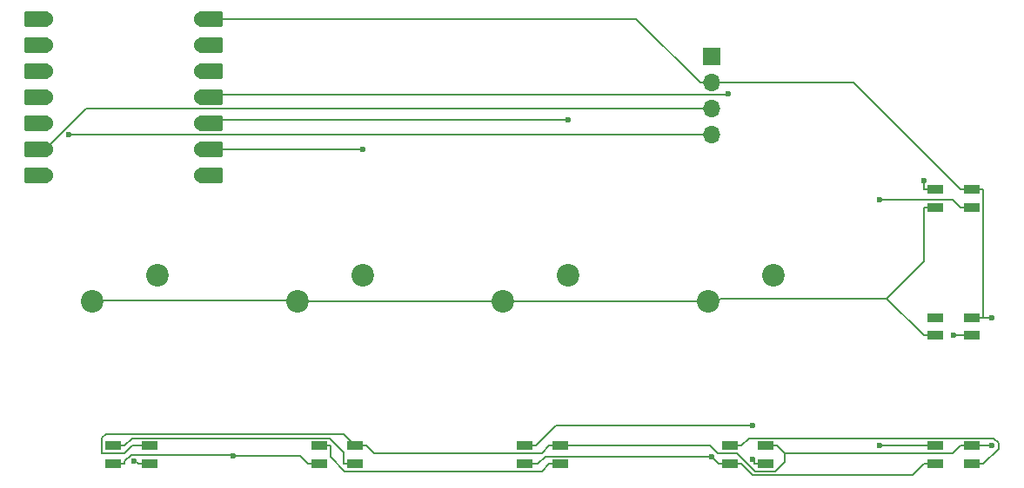
<source format=gbr>
%TF.GenerationSoftware,KiCad,Pcbnew,8.0.8*%
%TF.CreationDate,2025-02-16T16:29:03+01:00*%
%TF.ProjectId,Perihelion,50657269-6865-46c6-996f-6e2e6b696361,rev?*%
%TF.SameCoordinates,Original*%
%TF.FileFunction,Copper,L1,Top*%
%TF.FilePolarity,Positive*%
%FSLAX46Y46*%
G04 Gerber Fmt 4.6, Leading zero omitted, Abs format (unit mm)*
G04 Created by KiCad (PCBNEW 8.0.8) date 2025-02-16 16:29:03*
%MOMM*%
%LPD*%
G01*
G04 APERTURE LIST*
G04 Aperture macros list*
%AMRoundRect*
0 Rectangle with rounded corners*
0 $1 Rounding radius*
0 $2 $3 $4 $5 $6 $7 $8 $9 X,Y pos of 4 corners*
0 Add a 4 corners polygon primitive as box body*
4,1,4,$2,$3,$4,$5,$6,$7,$8,$9,$2,$3,0*
0 Add four circle primitives for the rounded corners*
1,1,$1+$1,$2,$3*
1,1,$1+$1,$4,$5*
1,1,$1+$1,$6,$7*
1,1,$1+$1,$8,$9*
0 Add four rect primitives between the rounded corners*
20,1,$1+$1,$2,$3,$4,$5,0*
20,1,$1+$1,$4,$5,$6,$7,0*
20,1,$1+$1,$6,$7,$8,$9,0*
20,1,$1+$1,$8,$9,$2,$3,0*%
G04 Aperture macros list end*
%TA.AperFunction,SMDPad,CuDef*%
%ADD10R,1.600000X0.850000*%
%TD*%
%TA.AperFunction,ComponentPad*%
%ADD11C,2.200000*%
%TD*%
%TA.AperFunction,ComponentPad*%
%ADD12R,1.700000X1.700000*%
%TD*%
%TA.AperFunction,ComponentPad*%
%ADD13O,1.700000X1.700000*%
%TD*%
%TA.AperFunction,SMDPad,CuDef*%
%ADD14RoundRect,0.152400X1.063600X0.609600X-1.063600X0.609600X-1.063600X-0.609600X1.063600X-0.609600X0*%
%TD*%
%TA.AperFunction,ComponentPad*%
%ADD15C,1.524000*%
%TD*%
%TA.AperFunction,SMDPad,CuDef*%
%ADD16RoundRect,0.152400X-1.063600X-0.609600X1.063600X-0.609600X1.063600X0.609600X-1.063600X0.609600X0*%
%TD*%
%TA.AperFunction,ViaPad*%
%ADD17C,0.600000*%
%TD*%
%TA.AperFunction,Conductor*%
%ADD18C,0.200000*%
%TD*%
G04 APERTURE END LIST*
D10*
%TO.P,D2,1,DOUT*%
%TO.N,Net-(D2-DOUT)*%
X165750000Y-71625000D03*
%TO.P,D2,2,VSS*%
%TO.N,GND*%
X165750000Y-73375000D03*
%TO.P,D2,3,DIN*%
%TO.N,Net-(D1-DOUT)*%
X169250000Y-73375000D03*
%TO.P,D2,4,VDD*%
%TO.N,+5V*%
X169250000Y-71625000D03*
%TD*%
D11*
%TO.P,SW1,1,1*%
%TO.N,Net-(U1-GPIO1{slash}RX)*%
X150000000Y-55000000D03*
%TO.P,SW1,2,2*%
%TO.N,GND*%
X143650000Y-57540000D03*
%TD*%
D12*
%TO.P,U2,1,GND*%
%TO.N,GND*%
X204000000Y-33690000D03*
D13*
%TO.P,U2,2,VCC*%
%TO.N,+5V*%
X204000000Y-36230000D03*
%TO.P,U2,3,SCL*%
%TO.N,Net-(U1-GPIO7{slash}SCL)*%
X204000000Y-38770000D03*
%TO.P,U2,4,SDA*%
%TO.N,Net-(U1-GPIO6{slash}SDA)*%
X204000000Y-41310000D03*
%TD*%
D10*
%TO.P,D7,1,DOUT*%
%TO.N,unconnected-(D7-DOUT-Pad1)*%
X225750000Y-59125000D03*
%TO.P,D7,2,VSS*%
%TO.N,GND*%
X225750000Y-60875000D03*
%TO.P,D7,3,DIN*%
%TO.N,Net-(D6-DOUT)*%
X229250000Y-60875000D03*
%TO.P,D7,4,VDD*%
%TO.N,+5V*%
X229250000Y-59125000D03*
%TD*%
%TO.P,D6,1,DOUT*%
%TO.N,Net-(D6-DOUT)*%
X225750000Y-46625000D03*
%TO.P,D6,2,VSS*%
%TO.N,GND*%
X225750000Y-48375000D03*
%TO.P,D6,3,DIN*%
%TO.N,Net-(D5-DOUT)*%
X229250000Y-48375000D03*
%TO.P,D6,4,VDD*%
%TO.N,+5V*%
X229250000Y-46625000D03*
%TD*%
D11*
%TO.P,SW3,1,1*%
%TO.N,Net-(U1-GPIO4{slash}MISO)*%
X190000000Y-55000000D03*
%TO.P,SW3,2,2*%
%TO.N,GND*%
X183650000Y-57540000D03*
%TD*%
D10*
%TO.P,D4,1,DOUT*%
%TO.N,Net-(D4-DOUT)*%
X205750000Y-71625000D03*
%TO.P,D4,2,VSS*%
%TO.N,GND*%
X205750000Y-73375000D03*
%TO.P,D4,3,DIN*%
%TO.N,Net-(D3-DOUT)*%
X209250000Y-73375000D03*
%TO.P,D4,4,VDD*%
%TO.N,+5V*%
X209250000Y-71625000D03*
%TD*%
%TO.P,D5,1,DOUT*%
%TO.N,Net-(D5-DOUT)*%
X225750000Y-71625000D03*
%TO.P,D5,2,VSS*%
%TO.N,GND*%
X225750000Y-73375000D03*
%TO.P,D5,3,DIN*%
%TO.N,Net-(D4-DOUT)*%
X229250000Y-73375000D03*
%TO.P,D5,4,VDD*%
%TO.N,+5V*%
X229250000Y-71625000D03*
%TD*%
%TO.P,D1,1,DOUT*%
%TO.N,Net-(D1-DOUT)*%
X145750000Y-71625000D03*
%TO.P,D1,2,VSS*%
%TO.N,GND*%
X145750000Y-73375000D03*
%TO.P,D1,3,DIN*%
%TO.N,Net-(D1-DIN)*%
X149250000Y-73375000D03*
%TO.P,D1,4,VDD*%
%TO.N,+5V*%
X149250000Y-71625000D03*
%TD*%
D14*
%TO.P,U1,1,GPIO26/ADC0/A0*%
%TO.N,Net-(U1-GPIO26{slash}ADC0{slash}A0)*%
X138295000Y-30000000D03*
D15*
X139130000Y-30000000D03*
D14*
%TO.P,U1,2,GPIO27/ADC1/A1*%
%TO.N,Net-(D1-DIN)*%
X138295000Y-32540000D03*
D15*
X139130000Y-32540000D03*
D14*
%TO.P,U1,3,GPIO28/ADC2/A2*%
%TO.N,unconnected-(U1-GPIO28{slash}ADC2{slash}A2-Pad3)*%
X138295000Y-35080000D03*
D15*
X139130000Y-35080000D03*
D14*
%TO.P,U1,4,GPIO29/ADC3/A3*%
%TO.N,unconnected-(U1-GPIO29{slash}ADC3{slash}A3-Pad4)*%
X138295000Y-37620000D03*
D15*
X139130000Y-37620000D03*
D14*
%TO.P,U1,5,GPIO6/SDA*%
%TO.N,Net-(U1-GPIO6{slash}SDA)*%
X138295000Y-40160000D03*
D15*
X139130000Y-40160000D03*
D14*
%TO.P,U1,6,GPIO7/SCL*%
%TO.N,Net-(U1-GPIO7{slash}SCL)*%
X138295000Y-42700000D03*
D15*
X139130000Y-42700000D03*
D14*
%TO.P,U1,7,GPIO0/TX*%
%TO.N,Net-(U1-GPIO0{slash}TX)*%
X138295000Y-45240000D03*
D15*
X139130000Y-45240000D03*
%TO.P,U1,8,GPIO1/RX*%
%TO.N,Net-(U1-GPIO1{slash}RX)*%
X154370000Y-45240000D03*
D16*
X155205000Y-45240000D03*
D15*
%TO.P,U1,9,GPIO2/SCK*%
%TO.N,Net-(U1-GPIO2{slash}SCK)*%
X154370000Y-42700000D03*
D16*
X155205000Y-42700000D03*
D15*
%TO.P,U1,10,GPIO4/MISO*%
%TO.N,Net-(U1-GPIO4{slash}MISO)*%
X154370000Y-40160000D03*
D16*
X155205000Y-40160000D03*
D15*
%TO.P,U1,11,GPIO3/MOSI*%
%TO.N,Net-(U1-GPIO3{slash}MOSI)*%
X154370000Y-37620000D03*
D16*
X155205000Y-37620000D03*
D15*
%TO.P,U1,12,3V3*%
%TO.N,unconnected-(U1-3V3-Pad12)*%
X154370000Y-35080000D03*
D16*
X155205000Y-35080000D03*
D15*
%TO.P,U1,13,GND*%
%TO.N,GND*%
X154370000Y-32540000D03*
D16*
X155205000Y-32540000D03*
D15*
%TO.P,U1,14,VBUS*%
%TO.N,+5V*%
X154370000Y-30000000D03*
D16*
X155205000Y-30000000D03*
%TD*%
D11*
%TO.P,SW4,1,1*%
%TO.N,Net-(U1-GPIO3{slash}MOSI)*%
X210000000Y-55000000D03*
%TO.P,SW4,2,2*%
%TO.N,GND*%
X203650000Y-57540000D03*
%TD*%
D10*
%TO.P,D3,1,DOUT*%
%TO.N,Net-(D3-DOUT)*%
X185750000Y-71625000D03*
%TO.P,D3,2,VSS*%
%TO.N,GND*%
X185750000Y-73375000D03*
%TO.P,D3,3,DIN*%
%TO.N,Net-(D2-DOUT)*%
X189250000Y-73375000D03*
%TO.P,D3,4,VDD*%
%TO.N,+5V*%
X189250000Y-71625000D03*
%TD*%
D11*
%TO.P,SW2,1,1*%
%TO.N,Net-(U1-GPIO2{slash}SCK)*%
X170000000Y-55000000D03*
%TO.P,SW2,2,2*%
%TO.N,GND*%
X163650000Y-57540000D03*
%TD*%
D17*
%TO.N,GND*%
X203948800Y-72675400D03*
X157411300Y-72639200D03*
%TO.N,Net-(D1-DIN)*%
X147781300Y-73092300D03*
%TO.N,+5V*%
X231247500Y-71625000D03*
X231247500Y-59125000D03*
%TO.N,Net-(D3-DOUT)*%
X207944800Y-72965800D03*
X207944800Y-69654900D03*
%TO.N,Net-(D5-DOUT)*%
X220320300Y-47648300D03*
X220320300Y-71625000D03*
%TO.N,Net-(D6-DOUT)*%
X224648300Y-45780300D03*
X227505000Y-60872100D03*
%TO.N,Net-(U1-GPIO2{slash}SCK)*%
X170000000Y-42700000D03*
%TO.N,Net-(U1-GPIO4{slash}MISO)*%
X190000000Y-39810300D03*
%TO.N,Net-(U1-GPIO3{slash}MOSI)*%
X205612200Y-37324900D03*
%TO.N,Net-(U1-GPIO6{slash}SDA)*%
X141386600Y-41310000D03*
%TD*%
D18*
%TO.N,GND*%
X183650000Y-57505300D02*
X183650000Y-57540000D01*
X205750000Y-73375000D02*
X204648300Y-73375000D01*
X163580700Y-57470700D02*
X143719300Y-57470700D01*
X205750000Y-73375000D02*
X206851700Y-73375000D01*
X146851700Y-73375000D02*
X146851700Y-73102500D01*
X203615300Y-57505300D02*
X203650000Y-57540000D01*
X225750000Y-60875000D02*
X224648300Y-60875000D01*
X225750000Y-73375000D02*
X224648300Y-73375000D01*
X147474600Y-72479600D02*
X157251700Y-72479600D01*
X157251700Y-72479600D02*
X157411300Y-72639200D01*
X143719300Y-57470700D02*
X143650000Y-57540000D01*
X224648300Y-53611600D02*
X221016600Y-57243300D01*
X157411300Y-72639200D02*
X163912500Y-72639200D01*
X203921600Y-72648300D02*
X187779500Y-72648300D01*
X183650000Y-57505300D02*
X202185900Y-57505300D01*
X224648300Y-48375000D02*
X224648300Y-53611600D01*
X163684700Y-57505300D02*
X163650000Y-57540000D01*
X225750000Y-48375000D02*
X224648300Y-48375000D01*
X224648300Y-73375000D02*
X223519900Y-74503400D01*
X204534900Y-57505300D02*
X204796900Y-57243300D01*
X221016600Y-57243300D02*
X224648300Y-60875000D01*
X187052800Y-73375000D02*
X185750000Y-73375000D01*
X204796900Y-57243300D02*
X221016600Y-57243300D01*
X163650000Y-57540000D02*
X163580700Y-57470700D01*
X145750000Y-73375000D02*
X146851700Y-73375000D01*
X165750000Y-73375000D02*
X164648300Y-73375000D01*
X204648300Y-73375000D02*
X203948800Y-72675400D01*
X203948800Y-72675400D02*
X203921600Y-72648300D01*
X146851700Y-73102500D02*
X147474600Y-72479600D01*
X183650000Y-57505300D02*
X163684700Y-57505300D01*
X163912500Y-72639200D02*
X164648300Y-73375000D01*
X187779500Y-72648300D02*
X187052800Y-73375000D01*
X202185900Y-57505300D02*
X204534900Y-57505300D01*
X155205000Y-32540000D02*
X154370000Y-32540000D01*
X223519900Y-74503400D02*
X207980100Y-74503400D01*
X202185900Y-57505300D02*
X203615300Y-57505300D01*
X207980100Y-74503400D02*
X206851700Y-73375000D01*
%TO.N,Net-(D1-DIN)*%
X147865600Y-73092300D02*
X147781300Y-73092300D01*
X149250000Y-73375000D02*
X148148300Y-73375000D01*
X139130000Y-32540000D02*
X138295000Y-32540000D01*
X148148300Y-73375000D02*
X147865600Y-73092300D01*
%TO.N,Net-(D1-DOUT)*%
X168148300Y-72273300D02*
X168148300Y-73375000D01*
X166773300Y-70898300D02*
X168148300Y-72273300D01*
X146851700Y-71625000D02*
X147578400Y-70898300D01*
X169250000Y-73375000D02*
X168148300Y-73375000D01*
X145750000Y-71625000D02*
X146851700Y-71625000D01*
X147578400Y-70898300D02*
X166773300Y-70898300D01*
%TO.N,+5V*%
X230351700Y-46625000D02*
X230351700Y-59125000D01*
X228148300Y-46625000D02*
X217753300Y-36230000D01*
X171078400Y-72351700D02*
X170351700Y-71625000D01*
X217753300Y-36230000D02*
X204000000Y-36230000D01*
X228148300Y-71625000D02*
X227421600Y-72351700D01*
X230351700Y-59125000D02*
X231247500Y-59125000D01*
X144650000Y-72350000D02*
X144650000Y-70850000D01*
X188699200Y-71625000D02*
X189250000Y-71625000D01*
X168123300Y-70498300D02*
X169250000Y-71625000D01*
X144650000Y-70850000D02*
X145001700Y-70498300D01*
X203829200Y-71625000D02*
X204562600Y-72358400D01*
X155205000Y-30000000D02*
X196618300Y-30000000D01*
X206441500Y-72358400D02*
X208184800Y-74101700D01*
X196618300Y-30000000D02*
X202848300Y-36230000D01*
X229250000Y-71625000D02*
X228148300Y-71625000D01*
X209250000Y-71625000D02*
X210351700Y-71625000D01*
X229700000Y-71625000D02*
X230351700Y-71625000D01*
X203424200Y-36230000D02*
X204000000Y-36230000D01*
X147575000Y-71625000D02*
X146850000Y-72350000D01*
X189250000Y-71625000D02*
X203829200Y-71625000D01*
X145001700Y-70498300D02*
X168123300Y-70498300D01*
X208184800Y-74101700D02*
X210175000Y-74101700D01*
X229250000Y-59125000D02*
X230250900Y-59125000D01*
X169800900Y-71625000D02*
X169250000Y-71625000D01*
X188148300Y-71625000D02*
X187421600Y-72351700D01*
X187421600Y-72351700D02*
X171078400Y-72351700D01*
X154370000Y-30000000D02*
X155205000Y-30000000D01*
X146850000Y-72350000D02*
X144650000Y-72350000D01*
X204562600Y-72358400D02*
X206441500Y-72358400D01*
X228800000Y-46625000D02*
X229250000Y-46625000D01*
X211078400Y-72351700D02*
X210351700Y-71625000D01*
X228800000Y-46625000D02*
X228148300Y-46625000D01*
X230351700Y-71625000D02*
X231247500Y-71625000D01*
X211078400Y-73198300D02*
X211078400Y-72351700D01*
X210175000Y-74101700D02*
X211078400Y-73198300D01*
X229250000Y-46625000D02*
X230351700Y-46625000D01*
X203424200Y-36230000D02*
X202848300Y-36230000D01*
X229700000Y-71625000D02*
X229250000Y-71625000D01*
X149250000Y-71625000D02*
X147575000Y-71625000D01*
X188699200Y-71625000D02*
X188148300Y-71625000D01*
X230250900Y-59125000D02*
X230351700Y-59125000D01*
X227421600Y-72351700D02*
X211078400Y-72351700D01*
X169800900Y-71625000D02*
X170351700Y-71625000D01*
%TO.N,Net-(D2-DOUT)*%
X189250000Y-73375000D02*
X188148300Y-73375000D01*
X166851700Y-71625000D02*
X166851700Y-72726700D01*
X187421600Y-74101700D02*
X188148300Y-73375000D01*
X165750000Y-71625000D02*
X166851700Y-71625000D01*
X168226700Y-74101700D02*
X187421600Y-74101700D01*
X166851700Y-72726700D02*
X168226700Y-74101700D01*
%TO.N,Net-(D3-DOUT)*%
X207944800Y-72965800D02*
X208148300Y-73169300D01*
X186851700Y-71625000D02*
X188821800Y-69654900D01*
X208148300Y-73169300D02*
X208148300Y-73375000D01*
X209250000Y-73375000D02*
X208148300Y-73375000D01*
X185750000Y-71625000D02*
X186851700Y-71625000D01*
X188821800Y-69654900D02*
X207944800Y-69654900D01*
%TO.N,Net-(D4-DOUT)*%
X231865700Y-71373600D02*
X231865700Y-71896700D01*
X207583600Y-70893100D02*
X231385200Y-70893100D01*
X230387400Y-73375000D02*
X229250000Y-73375000D01*
X231385200Y-70893100D02*
X231865700Y-71373600D01*
X205750000Y-71625000D02*
X206851700Y-71625000D01*
X231865700Y-71896700D02*
X230387400Y-73375000D01*
X206851700Y-71625000D02*
X207583600Y-70893100D01*
%TO.N,Net-(D5-DOUT)*%
X225750000Y-71625000D02*
X220320300Y-71625000D01*
X227421600Y-47648300D02*
X228148300Y-48375000D01*
X229250000Y-48375000D02*
X228148300Y-48375000D01*
X220320300Y-47648300D02*
X227421600Y-47648300D01*
%TO.N,Net-(D6-DOUT)*%
X224648300Y-46625000D02*
X224648300Y-45780300D01*
X228145400Y-60872100D02*
X228148300Y-60875000D01*
X229250000Y-60875000D02*
X228148300Y-60875000D01*
X225750000Y-46625000D02*
X224648300Y-46625000D01*
X227505000Y-60872100D02*
X228145400Y-60872100D01*
%TO.N,Net-(U1-GPIO1{slash}RX)*%
X155205000Y-45240000D02*
X154370000Y-45240000D01*
%TO.N,Net-(U1-GPIO2{slash}SCK)*%
X154370000Y-42700000D02*
X155205000Y-42700000D01*
X155205000Y-42700000D02*
X170000000Y-42700000D01*
%TO.N,Net-(U1-GPIO4{slash}MISO)*%
X155554700Y-39810300D02*
X190000000Y-39810300D01*
X154370000Y-40160000D02*
X155205000Y-40160000D01*
X155205000Y-40160000D02*
X155554700Y-39810300D01*
%TO.N,Net-(U1-GPIO3{slash}MOSI)*%
X154370000Y-37620000D02*
X155205000Y-37620000D01*
X205612200Y-37324900D02*
X205533800Y-37403300D01*
X155421700Y-37403300D02*
X155205000Y-37620000D01*
X205533800Y-37403300D02*
X155421700Y-37403300D01*
%TO.N,Net-(U1-GPIO7{slash}SCL)*%
X143060000Y-38770000D02*
X139130000Y-42700000D01*
X204000000Y-38770000D02*
X143060000Y-38770000D01*
X138295000Y-42700000D02*
X139130000Y-42700000D01*
%TO.N,Net-(U1-GPIO0{slash}TX)*%
X139130000Y-45240000D02*
X138295000Y-45240000D01*
%TO.N,Net-(U1-GPIO26{slash}ADC0{slash}A0)*%
X139130000Y-30000000D02*
X138295000Y-30000000D01*
%TO.N,unconnected-(U1-GPIO29{slash}ADC3{slash}A3-Pad4)*%
X139130000Y-37620000D02*
X138295000Y-37620000D01*
%TO.N,unconnected-(U1-3V3-Pad12)*%
X155205000Y-35080000D02*
X154370000Y-35080000D01*
%TO.N,unconnected-(U1-GPIO28{slash}ADC2{slash}A2-Pad3)*%
X139130000Y-35080000D02*
X138295000Y-35080000D01*
%TO.N,Net-(U1-GPIO6{slash}SDA)*%
X139130000Y-40160000D02*
X138295000Y-40160000D01*
X204000000Y-41310000D02*
X141386600Y-41310000D01*
%TD*%
M02*

</source>
